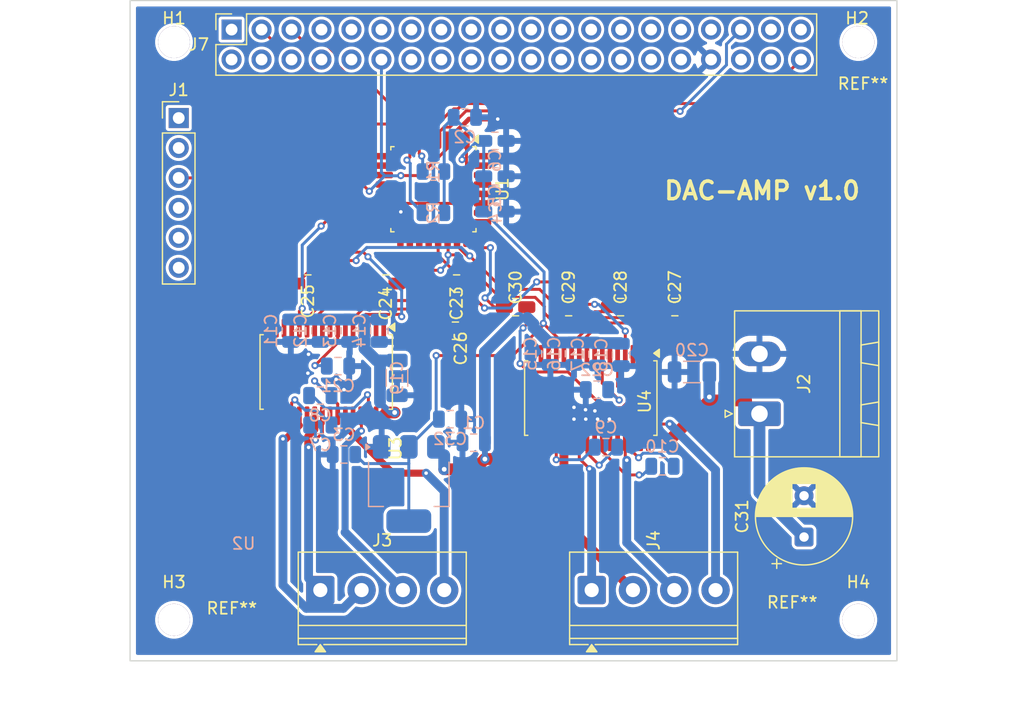
<source format=kicad_pcb>
(kicad_pcb (version 20241229) (generator "pcbnew") (generator_version "9.0")
  (layers (0 "F.Cu" signal) (2 "B.Cu" signal) (13 "F.Paste" user) (15 "B.Paste" user) (5 "F.SilkS" user "F.Silkscreen") (7 "B.SilkS" user "B.Silkscreen") (1 "F.Mask" user) (3 "B.Mask" user) (25 "Edge.Cuts" user))
  (net 0 "")
  (net 1 "GND")
  (net 2 "+3.3V")
  (net 3 "I2S_BCK")
  (net 13 "I2C_SDA")
  (net 21 "I2S_LRCK")
  (net 36 "I2C_SCL")
  (net 41 "I2S_DOUT")
  (net 47 "/+12V")
  (net 48 "/U3_BSPL")
  (net 49 "/U3_BSNL")
  (net 50 "/U3_BSPR")
  (net 51 "/U3_BSNR")
  (net 52 "/U4_BSNL")
  (net 53 "/U4_BSPL")
  (net 54 "/U4_BSNR")
  (net 55 "/U4_BSPR")
  (net 56 "/U3_GVDD")
  (net 57 "/U4_GVDD")
  (net 58 "/DAC_OUTL+")
  (net 59 "/U3_LINP")
  (net 60 "/U3_LINN")
  (net 61 "/DAC_OUTL-")
  (net 62 "/U3_RINP")
  (net 63 "/DAC_OUTR+")
  (net 64 "/DAC_OUTR-")
  (net 65 "/U3_RINN")
  (net 66 "/U4_LINP")
  (net 67 "/U4_LINN")
  (net 68 "/U4_RINP")
  (net 69 "/U4_RINN")
  (net 70 "/U3_OUTNL")
  (net 71 "/U3_OUTNR")
  (net 72 "/U3_OUTPR")
  (net 73 "/U3_OUTPL")
  (net 74 "/U4_OUTNR")
  (net 75 "/U4_OUTNL")
  (net 76 "/U4_OUTPL")
  (net 77 "/U4_OUTPR")
  (footprint "Capacitor_SMD:C_0805_2012Metric" (layer "F.Cu") (at 141.7125 70.875 180)
    (property "Reference" "C9")
    (property "Value" "100nF")
  )
  (footprint "Capacitor_SMD:C_1206_3216Metric" (layer "F.Cu") (at 124 65 -90)
    (property "Reference" "C19")
    (property "Value" "10uF")
  )
  (footprint "TerminalBlock_Phoenix:TerminalBlock_Phoenix_PT-1,5-4-3.5-H_1x04_P3.50mm_Horizontal" (layer "F.Cu") (at 117.5 83)
    (property "Reference" "J3")
    (property "Value" "Conn_01x04")
  )
  (footprint "Capacitor_SMD:C_0805_2012Metric" (layer "F.Cu") (at 117.5 61 -90)
    (property "Reference" "C12")
    (property "Value" "100nF")
  )
  (footprint "Capacitor_SMD:C_0805_2012Metric" (layer "F.Cu") (at 132.3 44.9)
    (property "Reference" "C6")
    (property "Value" "10uF")
  )
  (footprint "Capacitor_THT:CP_Radial_D8.0mm_P3.50mm" (layer "F.Cu") (at 158.5 78.5 90)
    (property "Reference" "C31")
    (property "Value" "100uF")
  )
  (footprint "Capacitor_SMD:C_0805_2012Metric" (layer "F.Cu") (at 128.5 68.5)
    (property "Reference" "C32")
    (property "Value" "100nF")
  )
  (footprint "Package_QFP:TQFP-32_7x7mm_P0.8mm" (layer "F.Cu") (at 127.0875 49 -90)
    (property "Reference" "U1")
    (property "Value" "PCM5142")
  )
  (footprint "Capacitor_SMD:C_0805_2012Metric" (layer "F.Cu") (at 132.3 50.9)
    (property "Reference" "C4")
    (property "Value" "100nF")
  )
  (footprint "Capacitor_SMD:C_0805_2012Metric" (layer "F.Cu") (at 139 62.95 -90)
    (property "Reference" "C16")
    (property "Value" "100nF")
  )
  (footprint "Capacitor_SMD:C_0805_2012Metric" (layer "F.Cu") (at 120 61 -90)
    (property "Reference" "C13")
    (property "Value" "100nF")
  )
  (footprint "Capacitor_SMD:C_0805_2012Metric" (layer "F.Cu") (at 122.5 61 -90)
    (property "Reference" "C14")
    (property "Value" "100nF")
  )
  (footprint "Capacitor_SMD:C_0805_2012Metric" (layer "F.Cu") (at 115 61 -90)
    (property "Reference" "C11")
    (property "Value" "100nF")
  )
  (footprint "Fiducial:Fiducial_1mm_Mask2mm" (layer "F.Cu") (at 157.5 86)
    (property "Reference" "REF**")
    (property "Value" "Fiducial_1mm_Mask2mm")
  )
  (footprint "Package_SO:Texas_DAD0032A_HTSSOP-32_6.1x11mm_P0.65mm_TopEP3.71x3.81mm" (layer "F.Cu") (at 118 64.5 -90)
    (property "Reference" "U3")
    (property "Value" "TPA3116D2DAD")
  )
  (footprint "Capacitor_SMD:C_0805_2012Metric" (layer "F.Cu") (at 117.5 69)
    (property "Reference" "C7")
    (property "Value" "100nF")
  )
  (footprint "Connector_PinSocket_2.54mm:PinSocket_2x20_P2.54mm_Vertical" (layer "F.Cu") (at 109.98 35.46 90)
    (property "Reference" "J7")
    (property "Value" "40-Pin_GPIO")
  )
  (footprint "Capacitor_SMD:C_0805_2012Metric" (layer "F.Cu") (at 132.3 47.9)
    (property "Reference" "C5")
    (property "Value" "100nF")
  )
  (footprint "Package_SO:Texas_DAD0032A_HTSSOP-32_6.1x11mm_P0.65mm_TopEP3.71x3.81mm" (layer "F.Cu") (at 140.425 66.7125 -90)
    (property "Reference" "U4")
    (property "Value" "TPA3116D2DAD")
  )
  (footprint "Resistor_SMD:R_0805_2012Metric" (layer "F.Cu") (at 127.0875 47.5 180)
    (property "Reference" "R1")
    (property "Value" "4.7k")
  )
  (footprint "Capacitor_SMD:C_0805_2012Metric" (layer "F.Cu") (at 141 63 -90)
    (property "Reference" "C17")
    (property "Value" "100nF")
  )
  (footprint "Capacitor_SMD:C_0805_2012Metric" (layer "F.Cu") (at 140.95 66 180)
    (property "Reference" "C22")
    (property "Value" "100nF")
  )
  (footprint "Resistor_SMD:R_0805_2012Metric" (layer "F.Cu") (at 127.0875 51 180)
    (property "Reference" "R2")
    (property "Value" "4.7k")
  )
  (footprint "TerminalBlock_Phoenix:TerminalBlock_Phoenix_PT-1,5-4-3.5-H_1x04_P3.50mm_Horizontal" (layer "F.Cu") (at 140.5 83)
    (property "Reference" "J4")
    (property "Value" "Conn_01x04")
  )
  (footprint "Capacitor_SMD:C_0805_2012Metric" (layer "F.Cu") (at 143 63.05 -90)
    (property "Reference" "C18")
    (property "Value" "100nF")
  )
  (footprint "Capacitor_SMD:C_0805_2012Metric" (layer "F.Cu") (at 117.5 66.5)
    (property "Reference" "C8")
    (property "Value" "100nF")
  )
  (footprint "Capacitor_SMD:C_0805_2012Metric" (layer "F.Cu") (at 137 62.95 -90)
    (property "Reference" "C15")
    (property "Value" "100nF")
  )
  (footprint "MountingHole:MountingHole_2.7mm_M2.5" (layer "F.Cu") (at 105.1 36.52)
    (property "Reference" "H1")
    (property "Value" "MountingHole")
  )
  (footprint "MountingHole:MountingHole_2.7mm_M2.5" (layer "F.Cu") (at 163.1 36.52)
    (property "Reference" "H2")
    (property "Value" "MountingHole")
  )
  (footprint "MountingHole:MountingHole_2.7mm_M2.5" (layer "F.Cu") (at 105.1 85.52)
    (property "Reference" "H3")
    (property "Value" "MountingHole")
  )
  (footprint "MountingHole:MountingHole_2.7mm_M2.5" (layer "F.Cu") (at 163.1 85.52)
    (property "Reference" "H4")
    (property "Value" "MountingHole")
  )
  (footprint "Connector_PinHeader_2.54mm:PinHeader_1x06_P2.54mm_Vertical" (layer "F.Cu") (at 105.5 42.96)
    (property "Reference" "J1")
    (property "Value" "I2S_Input")
  )
  (footprint "Capacitor_SMD:C_0805_2012Metric" (layer "F.Cu") (at 146.5 72.5 180)
    (property "Reference" "C10")
    (property "Value" "100nF")
  )
  (footprint "Capacitor_SMD:C_0805_2012Metric" (layer "F.Cu") (at 119 64)
    (property "Reference" "C21")
    (property "Value" "100nF")
  )
  (footprint "Capacitor_SMD:C_1206_3216Metric" (layer "F.Cu") (at 149 64.5 180)
    (property "Reference" "C20")
    (property "Value" "10uF")
  )
  (footprint "Fiducial:Fiducial_1mm_Mask2mm" (layer "F.Cu") (at 110 86.5)
    (property "Reference" "REF**")
    (property "Value" "Fiducial_1mm_Mask2mm")
  )
  (footprint "Connector_Phoenix_MSTB:PhoenixContact_MSTBA_2,5_2-G-5,08_1x02_P5.08mm_Horizontal" (layer "F.Cu") (at 154.7225 68.045 90)
    (property "Reference" "J2")
    (property "Value" "12V_Input")
  )
  (footprint "Fiducial:Fiducial_1mm_Mask2mm" (layer "F.Cu") (at 163.5 42)
    (property "Reference" "REF**")
    (property "Value" "Fiducial_1mm_Mask2mm")
  )
  (footprint "Package_TO_SOT_SMD:SOT-223-3_TabPin2" (layer "B.Cu") (at 125 74 -90)
    (property "Reference" "U2")
    (property "Value" "AMS1117-3.3")
  )
  (footprint "Capacitor_SMD:C_0805_2012Metric" (layer "B.Cu") (at 130.5 70.5 180)
    (property "Reference" "C1")
    (property "Value" "10uF")
  )
  (footprint "Capacitor_SMD:C_0805_2012Metric" (layer "B.Cu") (at 147.55 59)
    (property "Reference" "C27")
    (property "Value" "1uF")
  )
  (footprint "Capacitor_SMD:C_0805_2012Metric" (layer "B.Cu") (at 142.95 59)
    (property "Reference" "C28")
    (property "Value" "1uF")
  )
  (footprint "Capacitor_SMD:C_0805_2012Metric" (layer "B.Cu") (at 116.45 57 180)
    (property "Reference" "C25")
    (property "Value" "1uF")
  )
  (footprint "Capacitor_SMD:C_0805_2012Metric" (layer "B.Cu") (at 134.05 59)
    (property "Reference" "C30")
    (property "Value" "1uF")
  )
  (footprint "Capacitor_SMD:C_0805_2012Metric" (layer "B.Cu") (at 138.55 59)
    (property "Reference" "C29")
    (property "Value" "1uF")
  )
  (footprint "Capacitor_SMD:C_0805_2012Metric" (layer "B.Cu") (at 129.05 57 180)
    (property "Reference" "C23")
    (property "Value" "1uF")
  )
  (footprint "Capacitor_SMD:C_0805_2012Metric" (layer "B.Cu") (at 128.95 61 180)
    (property "Reference" "C26")
    (property "Value" "1uF")
  )
  (footprint "Capacitor_SMD:C_0805_2012Metric" (layer "B.Cu") (at 123.05 57 180)
    (property "Reference" "C24")
    (property "Value" "1uF")
  )
  (footprint "Capacitor_SMD:C_0805_2012Metric" (layer "B.Cu") (at 119.5 71.5 180)
    (property "Reference" "C3")
    (property "Value" "10uF")
  )
  (footprint "Capacitor_SMD:C_0805_2012Metric" (layer "B.Cu") (at 129.75 42.9)
    (property "Reference" "C2")
    (property "Value" "100nF")
  )
  (gr_rect (start 101.375 33) (end 166.375 89) (stroke (width 0.1)) (fill no) (layer "Edge.Cuts"))
  (gr_text "DAC-AMP v1.0" (at 146.5 50 0) (layer "F.SilkS") (effects (font (size 1.5 1.5) (thickness 0.3) (bold yes)) (justify left bottom)))
  (segment (start 132.5384 43.0498) (end 130.0958 43.0498) (width 0.4) (layer "F.Cu") (net 1))
  (segment (start 129.0875 44.0581) (end 129.0875 44.8375) (width 0.4) (layer "F.Cu") (net 1))
  (segment (start 124.2448 51) (end 122.925 51) (width 0.4) (layer "F.Cu") (net 1))
  (segment (start 124.3238 50.921) (end 124.2448 51) (width 0.4) (layer "F.Cu") (net 1))
  (segment (start 130.0958 43.0498) (end 129.0875 44.0581) (width 0.4) (layer "F.Cu") (net 1))
  (via (at 141 68.5) (size 0.6) (drill 0.3) (layers "F.Cu" "B.Cu") (net 1))
  (via (at 140.771839 67.800194) (size 0.6) (drill 0.3) (layers "F.Cu" "B.Cu") (net 1))
  (via (at 142 68.5) (size 0.6) (drill 0.3) (layers "F.Cu" "B.Cu") (net 1))
  (via (at 118.838909 65.123752) (size 0.6) (drill 0.3) (layers "F.Cu" "B.Cu") (net 1))
  (via (at 116.446635 64.602735) (size 0.6) (drill 0.3) (layers "F.Cu" "B.Cu") (net 1))
  (via (at 139 68.5) (size 0.6) (drill 0.3) (layers "F.Cu" "B.Cu") (net 1))
  (via (at 124.3238 50.921) (size 0.6) (drill 0.3) (layers "F.Cu" "B.Cu") (net 1))
  (via (at 116.5 63) (size 0.6) (drill 0.3) (layers "F.Cu" "B.Cu") (net 1))
  (via (at 119.5 66) (size 0.6) (drill 0.3) (layers "F.Cu" "B.Cu") (net 1))
  (via (at 132.5384 43.0498) (size 0.6) (drill 0.3) (layers "F.Cu" "B.Cu") (net 1))
  (via (at 139.979306 67.701127) (size 0.6) (drill 0.3) (layers "F.Cu" "B.Cu") (net 1))
  (via (at 139 67.5) (size 0.6) (drill 0.3) (layers "F.Cu" "B.Cu") (net 1))
  (via (at 140 68.5) (size 0.6) (drill 0.3) (layers "F.Cu" "B.Cu") (net 1))
  (segment (start 138.15 62.1292) (end 138.15 63) (width 0.25) (layer "F.Cu") (net 2))
  (segment (start 129.8875 49.25) (end 128.9375 50.2) (width 0.25) (layer "F.Cu") (net 2))
  (segment (start 128.9375 50.2) (end 122.925 50.2) (width 0.25) (layer "F.Cu") (net 2))
  (segment (start 115.725 59.3556) (end 115.725 60.7875) (width 0.25) (layer "F.Cu") (net 2))
  (segment (start 127.3195 63.1062) (end 133.81 63.1062) (width 0.25) (layer "F.Cu") (net 2))
  (segment (start 131.25 50.2) (end 131.25 49.4) (width 0.25) (layer "F.Cu") (net 2))
  (segment (start 131.1 49.25) (end 129.8875 49.25) (width 0.25) (layer "F.Cu") (net 2))
  (segment (start 119.5016 50.2) (end 122.925 50.2) (width 0.25) (layer "F.Cu") (net 2))
  (segment (start 129.8875 46.4872) (end 129.8875 44.8375) (width 0.25) (layer "F.Cu") (net 2))
  (segment (start 129.5128 46.4872) (end 129.8875 46.4872) (width 0.25) (layer "F.Cu") (net 2))
  (segment (start 129.8875 49.25) (end 129.8875 46.4872) (width 0.25) (layer "F.Cu") (net 2))
  (segment (start 131.25 49.4) (end 131.1 49.25) (width 0.25) (layer "F.Cu") (net 2))
  (segment (start 136.4062 60.51) (end 136.5308 60.51) (width 0.25) (layer "F.Cu") (net 2))
  (segment (start 136.5308 60.51) (end 138.15 62.1292) (width 0.25) (layer "F.Cu") (net 2))
  (segment (start 117.5754 52.1262) (end 119.5016 50.2) (width 0.25) (layer "F.Cu") (net 2))
  (segment (start 136.4062 60.51) (end 136.4062 60.3693) (width 0.25) (layer "F.Cu") (net 2))
  (segment (start 115.9696 59.111) (end 115.725 59.3556) (width 0.25) (layer "F.Cu") (net 2))
  (segment (start 133.81 63.1062) (end 136.4062 60.51) (width 0.25) (layer "F.Cu") (net 2))
  (via (at 136.4062 60.3693) (size 0.6) (drill 0.3) (layers "F.Cu" "B.Cu") (net 2))
  (via (at 127.3195 63.1062) (size 0.6) (drill 0.3) (layers "F.Cu" "B.Cu") (net 2))
  (via (at 115.9696 59.111) (size 0.6) (drill 0.3) (layers "F.Cu" "B.Cu") (net 2))
  (via (at 129.5128 46.4872) (size 0.6) (drill 0.3) (layers "F.Cu" "B.Cu") (net 2))
  (via (at 117.5754 52.1262) (size 0.6) (drill 0.3) (layers "F.Cu" "B.Cu") (net 2))
  (segment (start 131.35 47.9) (end 131.35 50.9) (width 0.25) (layer "B.Cu") (net 2))
  (segment (start 129.5128 46.1872) (end 129.5128 46.4872) (width 0.25) (layer "B.Cu") (net 2))
  (segment (start 127.35 68.5) (end 125 70.85) (width 0.25) (layer "B.Cu") (net 2))
  (segment (start 127.3195 63.1062) (end 127.3195 68.4695) (width 0.25) (layer "B.Cu") (net 2))
  (segment (start 136.4062 60.3693) (end 136.467 60.3085) (width 0.25) (layer "B.Cu") (net 2))
  (segment (start 130.8 44.9) (end 129.5128 46.1872) (width 0.25) (layer "B.Cu") (net 2))
  (segment (start 128.8 42.9) (end 130.8 44.9) (width 0.25) (layer "B.Cu") (net 2))
  (segment (start 115.9696 53.732) (end 117.5754 52.1262) (width 0.25) (layer "B.Cu") (net 2))
  (segment (start 125 72.2689) (end 125 77.15) (width 0.25) (layer "B.Cu") (net 2))
  (segment (start 127.3195 68.4695) (end 127.35 68.5) (width 0.25) (layer "B.Cu") (net 2))
  (segment (start 128 51) (end 128 47.5) (width 0.25) (layer "B.Cu") (net 2))
  (segment (start 136.467 60.3085) (end 136.467 56.017) (width 0.25) (layer "B.Cu") (net 2))
  (segment (start 115.9696 59.111) (end 115.9696 53.732) (width 0.25) (layer "B.Cu") (net 2))
  (segment (start 121.2189 72.2689) (end 120.45 71.5) (width 0.25) (layer "B.Cu") (net 2))
  (segment (start 128 43.7) (end 128.8 42.9) (width 0.25) (layer "B.Cu") (net 2))
  (segment (start 131.35 44.9) (end 131.35 47.9) (width 0.25) (layer "B.Cu") (net 2))
  (segment (start 127.55 68.5) (end 127.35 68.5) (width 0.25) (layer "B.Cu") (net 2))
  (segment (start 125 70.85) (end 125 72.2689) (width 0.25) (layer "B.Cu") (net 2))
  (segment (start 130.8 44.9) (end 131.35 44.9) (width 0.25) (layer "B.Cu") (net 2))
  (segment (start 125 72.2689) (end 121.2189 72.2689) (width 0.25) (layer "B.Cu") (net 2))
  (segment (start 136.467 56.017) (end 131.35 50.9) (width 0.25) (layer "B.Cu") (net 2))
  (segment (start 128 47.5) (end 128 43.7) (width 0.25) (layer "B.Cu") (net 2))
  (segment (start 128.2875 45.5172) (end 128.2875 44.8375) (width 0.25) (layer "F.Cu") (net 3))
  (segment (start 120.5256 48.04) (end 121.6539 49.1683) (width 0.25) (layer "F.Cu") (net 3))
  (segment (start 125.9627 47.842) (end 128.2875 45.5172) (width 0.25) (layer "F.Cu") (net 3))
  (segment (start 124.3238 47.842) (end 125.9627 47.842) (width 0.25) (layer "F.Cu") (net 3))
  (segment (start 105.5 48.04) (end 120.5256 48.04) (width 0.25) (layer "F.Cu") (net 3))
  (via (at 121.6539 49.1683) (size 0.6) (drill 0.3) (layers "F.Cu" "B.Cu") (net 3))
  (via (at 124.3238 47.842) (size 0.6) (drill 0.3) (layers "F.Cu" "B.Cu") (net 3))
  (segment (start 124.3238 47.842) (end 124.3056 47.8602) (width 0.25) (layer "B.Cu") (net 3))
  (segment (start 122.962 47.8602) (end 122.68 47.5782) (width 0.25) (layer "B.Cu") (net 3))
  (segment (start 122.68 47.5782) (end 122.68 38) (width 0.25) (layer "B.Cu") (net 3))
  (segment (start 121.6539 49.1683) (end 122.962 47.8602) (width 0.25) (layer "B.Cu") (net 3))
  (segment (start 124.3056 47.8602) (end 122.962 47.8602) (width 0.25) (layer "B.Cu") (net 3))
  (segment (start 115.4909 36.73) (end 113.79 36.73) (width 0.25) (layer "F.Cu") (net 13))
  (segment (start 116.33 38.4099) (end 116.33 37.5691) (width 0.25) (layer "F.Cu") (net 13))
  (segment (start 113.79 36.73) (end 112.52 35.46) (width 0.25) (layer "F.Cu") (net 13))
  (segment (start 125.0875 44.8375) (end 125.0875 44.173) (width 0.25) (layer "F.Cu") (net 13))
  (segment (start 124.8423 46.5284) (end 125.0875 46.2832) (width 0.25) (layer "F.Cu") (net 13))
  (segment (start 121.3919 43.4718) (end 116.33 38.4099) (width 0.25) (layer "F.Cu") (net 13))
  (segment (start 125.0875 44.173) (end 124.3863 43.4718) (width 0.25) (layer "F.Cu") (net 13))
  (segment (start 125.0875 46.2832) (end 125.0875 44.8375) (width 0.25) (layer "F.Cu") (net 13))
  (segment (start 116.33 37.5691) (end 115.4909 36.73) (width 0.25) (layer "F.Cu") (net 13))
  (segment (start 124.3863 43.4718) (end 121.3919 43.4718) (width 0.25) (layer "F.Cu") (net 13))
  (via (at 124.8423 46.5284) (size 0.6) (drill 0.3) (layers "F.Cu" "B.Cu") (net 13))
  (segment (start 125.124 49.949) (end 126.175 51) (width 0.25) (layer "B.Cu") (net 13))
  (segment (start 124.8423 46.5284) (end 125.124 46.8101) (width 0.25) (layer "B.Cu") (net 13))
  (segment (start 125.124 46.8101) (end 125.124 49.949) (width 0.25) (layer "B.Cu") (net 13))
  (segment (start 128.4796 43.7343) (end 129.8591 42.3548) (width 0.25) (layer "F.Cu") (net 21))
  (segment (start 129.8591 42.3548) (end 147.9585 42.3548) (width 0.25) (layer "F.Cu") (net 21))
  (segment (start 147.9585 42.3548) (end 147.9949 42.3912) (width 0.25) (layer "F.Cu") (net 21))
  (segment (start 127.4875 44.2361) (end 127.9893 43.7343) (width 0.25) (layer "F.Cu") (net 21))
  (segment (start 127.4875 44.8375) (end 127.4875 44.2361) (width 0.25) (layer "F.Cu") (net 21))
  (segment (start 127.9893 43.7343) (end 128.4796 43.7343) (width 0.25) (layer "F.Cu") (net 21))
  (via (at 147.9949 42.3912) (size 0.6) (drill 0.3) (layers "F.Cu" "B.Cu") (net 21))
  (segment (start 151.9254 38.4607) (end 147.9949 42.3912) (width 0.25) (layer "B.Cu") (net 21))
  (segment (start 151.9254 36.6946) (end 151.9254 38.4607) (width 0.25) (layer "B.Cu") (net 21))
  (segment (start 153.16 35.46) (end 151.9254 36.6946) (width 0.25) (layer "B.Cu") (net 21))
  (segment (start 125.8875 44.8375) (end 125.8875 44.2416) (width 0.25) (layer "F.Cu") (net 36))
  (segment (start 117.9948 36.73) (end 116.33 36.73) (width 0.25) (layer "F.Cu") (net 36))
  (segment (start 116.33 36.73) (end 115.06 35.46) (width 0.25) (layer "F.Cu") (net 36))
  (segment (start 125.8875 44.2416) (end 121.2236 39.5777) (width 0.25) (layer "F.Cu") (net 36))
  (segment (start 121.2236 39.5777) (end 120.0518 39.5777) (width 0.25) (layer "F.Cu") (net 36))
  (segment (start 118.87 37.6052) (end 117.9948 36.73) (width 0.25) (layer "F.Cu") (net 36))
  (segment (start 125.8875 45.9764) (end 125.8875 44.8375) (width 0.25) (layer "F.Cu") (net 36))
  (segment (start 120.0518 39.5777) (end 118.87 38.3959) (width 0.25) (layer "F.Cu") (net 36))
  (segment (start 118.87 38.3959) (end 118.87 37.6052) (width 0.25) (layer "F.Cu") (net 36))
  (segment (start 126.0983 46.1872) (end 125.8875 45.9764) (width 0.25) (layer "F.Cu") (net 36))
  (via (at 126.0983 46.1872) (size 0.6) (drill 0.3) (layers "F.Cu" "B.Cu") (net 36))
  (segment (start 126.0983 46.1872) (end 126.175 46.2639) (width 0.25) (layer "B.Cu") (net 36))
  (segment (start 126.175 46.2639) (end 126.175 47.5) (width 0.25) (layer "B.Cu") (net 36))
  (segment (start 129.351 41.9989) (end 129.1654 42.1845) (width 0.25) (layer "F.Cu") (net 41))
  (segment (start 128.8226 42.186) (end 128.6355 42.3731) (width 0.25) (layer "F.Cu") (net 41))
  (segment (start 128.5483 42.3731) (end 126.6875 44.2339) (width 0.25) (layer "F.Cu") (net 41))
  (segment (start 128.8241 42.1845) (end 128.8226 42.186) (width 0.25) (layer "F.Cu") (net 41))
  (segment (start 158.24 38) (end 154.5057 41.7343) (width 0.25) (layer "F.Cu") (net 41))
  (segment (start 154.5057 41.7343) (end 129.6156 41.7343) (width 0.25) (layer "F.Cu") (net 41))
  (segment (start 129.6156 41.7343) (end 129.351 41.9989) (width 0.25) (layer "F.Cu") (net 41))
  (segment (start 128.6355 42.3731) (end 128.5483 42.3731) (width 0.25) (layer "F.Cu") (net 41))
  (segment (start 129.1654 42.1845) (end 128.8241 42.1845) (width 0.25) (layer "F.Cu") (net 41))
  (segment (start 128.8226 42.186) (end 128.6355 42.3731) (width 0.25) (layer "F.Cu") (net 41))
  (segment (start 126.6875 44.2339) (end 126.6875 44.8375) (width 0.25) (layer "F.Cu") (net 41))
  (segment (start 129.351 41.9989) (end 129.1654 42.1845) (width 0.25) (layer "F.Cu") (net 41))
  (segment (start 146.9657 70.425) (end 145.3 70.425) (width 1) (layer "F.Cu") (net 47))
  (segment (start 123.1485 67.939) (end 122.875 68.2125) (width 1) (layer "F.Cu") (net 47))
  (segment (start 153.5932 66.9157) (end 154.7225 68.045) (width 0.5) (layer "F.Cu") (net 47))
  (segment (start 113.775 68.2125) (end 113.125 68.2125) (width 1) (layer "F.Cu") (net 47))
  (segment (start 150.475 66.9157) (end 153.5932 66.9157) (width 1) (layer "F.Cu") (net 47))
  (segment (start 150.475 66.9157) (end 146.9657 70.425) (width 1) (layer "F.Cu") (net 47))
  (segment (start 134.0874 71.8876) (end 135.55 70.425) (width 1) (layer "F.Cu") (net 47))
  (segment (start 150.475 66.9157) (end 150.475 66.6168) (width 0.5) (layer "F.Cu") (net 47))
  (segment (start 131.45 71.8876) (end 134.0874 71.8876) (width 1) (layer "F.Cu") (net 47))
  (segment (start 130.5836 72.754) (end 131.45 71.8876) (width 1) (layer "F.Cu") (net 47))
  (segment (start 123.8027 67.939) (end 123.1485 67.939) (width 1) (layer "F.Cu") (net 47))
  (segment (start 127.9999 72.754) (end 130.5836 72.754) (width 1) (layer "F.Cu") (net 47))
  (segment (start 136.2 70.425) (end 135.55 70.425) (width 0.5) (layer "F.Cu") (net 47))
  (via (at 131.45 71.8876) (size 0.8) (drill 0.4) (layers "F.Cu" "B.Cu") (net 47))
  (via (at 127.9999 72.754) (size 0.8) (drill 0.4) (layers "F.Cu" "B.Cu") (net 47))
  (via (at 150.475 66.6168) (size 0.8) (drill 0.4) (layers "F.Cu" "B.Cu") (net 47))
  (via (at 123.8027 67.939) (size 0.8) (drill 0.4) (layers "F.Cu" "B.Cu") (net 47))
  (segment (start 124 63.525) (end 122.5589 63.525) (width 1) (layer "B.Cu") (net 47))
  (segment (start 142.95 62.05) (end 143 62.1) (width 0.5) (layer "B.Cu") (net 47))
  (segment (start 122.5 60.05) (end 121.25 60.05) (width 0.5) (layer "B.Cu") (net 47))
  (segment (start 123.4239 67.939) (end 123.8027 67.939) (width 0.5) (layer "B.Cu") (net 47))
  (segment (start 117.5 60.05) (end 115 60.05) (width 1) (layer "B.Cu") (net 47))
  (segment (start 121.25 60.05) (end 120 60.05) (width 0.5) (layer "B.Cu") (net 47))
  (segment (start 139 62) (end 137 62) (width 1) (layer "B.Cu") (net 47))
  (segment (start 120 60.05) (end 117.5 60.05) (width 1) (layer "B.Cu") (net 47))
  (segment (start 150.475 66.6168) (end 150.475 64.5) (width 1) (layer "B.Cu") (net 47))
  (segment (start 127.9999 71.5499) (end 127.3 70.85) (width 0.5) (layer "B.Cu") (net 47))
  (segment (start 139 62) (end 140.95 62) (width 1) (layer "B.Cu") (net 47))
  (segment (start 134.3524 59.9174) (end 131.45 62.8198) (width 1) (layer "B.Cu") (net 47))
  (segment (start 122.5589 63.525) (end 122.2589 63.525) (width 0.5) (layer "B.Cu") (net 47))
  (segment (start 122.5589 63.525) (end 122.5589 67.074) (width 1) (layer "B.Cu") (net 47))
  (segment (start 135.0423 59.9174) (end 134.3524 59.9174) (width 0.5) (layer "B.Cu") (net 47))
  (segment (start 158.5 78.5) (end 154.7225 74.7225) (width 1) (layer "B.Cu") (net 47))
  (segment (start 121.25 62.5161) (end 121.25 60.05) (width 1) (layer "B.Cu") (net 47))
  (segment (start 135.5619 60.6968) (end 135.5619 60.437) (width 1) (layer "B.Cu") (net 47))
  (segment (start 136.8651 62) (end 135.5619 60.6968) (width 1) (layer "B.Cu") (net 47))
  (segment (start 127.9999 72.754) (end 127.9999 71.5499) (width 1) (layer "B.Cu") (net 47))
  (segment (start 140.95 62) (end 141 62.05) (width 0.5) (layer "B.Cu") (net 47))
  (segment (start 135.5619 60.437) (end 135.0423 59.9174) (width 1) (layer "B.Cu") (net 47))
  (segment (start 154.7225 74.7225) (end 154.7225 68.045) (width 1) (layer "B.Cu") (net 47))
  (segment (start 131.45 62.8198) (end 131.45 70.5) (width 1) (layer "B.Cu") (net 47))
  (segment (start 137 62) (end 136.8651 62) (width 0.5) (layer "B.Cu") (net 47))
  (segment (start 131.45 71.8876) (end 131.45 70.5) (width 0.5) (layer "B.Cu") (net 47))
  (segment (start 122.5589 67.074) (end 123.4239 67.939) (width 0.5) (layer "B.Cu") (net 47))
  (segment (start 122.2589 63.525) (end 121.25 62.5161) (width 1) (layer "B.Cu") (net 47))
  (segment (start 141 62.05) (end 142.95 62.05) (width 1) (layer "B.Cu") (net 47))
  (segment (start 117.675 68.2125) (end 117.675 69.6744) (width 0.25) (layer "F.Cu") (net 48))
  (segment (start 117.675 69.6744) (end 117.0847 70.2647) (width 0.25) (layer "F.Cu") (net 48))
  (via (at 117.0847 70.2647) (size 0.6) (drill 0.3) (layers "F.Cu" "B.Cu") (net 48))
  (segment (start 116.55 69) (end 117.0847 69.5347) (width 0.25) (layer "B.Cu") (net 48))
  (segment (start 117.0847 69.5347) (end 117.0847 70.2647) (width 0.25) (layer "B.Cu") (net 48))
  (segment (start 115.075 67.1285) (end 115.075 68.2125) (width 0.25) (layer "F.Cu") (net 49))
  (segment (start 115.3381 66.8654) (end 115.075 67.1285) (width 0.25) (layer "F.Cu") (net 49))
  (via (at 115.3381 66.8654) (size 0.6) (drill 0.3) (layers "F.Cu" "B.Cu") (net 49))
  (segment (start 115.3381 66.8654) (end 116.2242 67.7515) (width 0.25) (layer "B.Cu") (net 49))
  (segment (start 117.2015 67.7515) (end 118.45 69) (width 0.25) (layer "B.Cu") (net 49))
  (segment (start 116.2242 67.7515) (end 117.2015 67.7515) (width 0.25) (layer "B.Cu") (net 49))
  (segment (start 121.575 68.2125) (end 121.575 66.5068) (width 0.25) (layer "F.Cu") (net 50))
  (segment (start 121.575 66.5068) (end 121.4989 66.4307) (width 0.25) (layer "F.Cu") (net 50))
  (via (at 121.4989 66.4307) (size 0.6) (drill 0.3) (layers "F.Cu" "B.Cu") (net 50))
  (segment (start 116.55 66.5) (end 116.8219 66.5) (width 0.25) (layer "B.Cu") (net 50))
  (segment (start 120.3602 67.5694) (end 121.4989 66.4307) (width 0.25) (layer "B.Cu") (net 50))
  (segment (start 117.8913 67.5694) (end 120.3602 67.5694) (width 0.25) (layer "B.Cu") (net 50))
  (segment (start 116.8219 66.5) (end 117.8913 67.5694) (width 0.25) (layer "B.Cu") (net 50))
  (segment (start 118.975 68.2125) (end 118.975 67.2179) (width 0.25) (layer "F.Cu") (net 51))
  (segment (start 118.975 67.2179) (end 117.0176 65.2605) (width 0.25) (layer "F.Cu") (net 51))
  (via (at 117.0176 65.2605) (size 0.6) (drill 0.3) (layers "F.Cu" "B.Cu") (net 51))
  (segment (start 118.45 66.5) (end 118.2571 66.5) (width 0.25) (layer "B.Cu") (net 51))
  (segment (start 118.2571 66.5) (end 117.0176 65.2605) (width 0.25) (layer "B.Cu") (net 51))
  (segment (start 137.4987 70.4263) (end 137.5 70.425) (width 0.25) (layer "F.Cu") (net 52))
  (segment (start 137.4987 71.942) (end 137.4987 70.4263) (width 0.25) (layer "F.Cu") (net 52))
  (via (at 137.4987 71.942) (size 0.6) (drill 0.3) (layers "F.Cu" "B.Cu") (net 52))
  (segment (start 137.4987 71.942) (end 139.6955 71.942) (width 0.25) (layer "B.Cu") (net 52))
  (segment (start 139.6955 71.942) (end 140.7625 70.875) (width 0.25) (layer "B.Cu") (net 52))
  (segment (start 140.1 71.3613) (end 140.1 70.425) (width 0.25) (layer "F.Cu") (net 53))
  (segment (start 141.1381 72.3994) (end 140.1 71.3613) (width 0.25) (layer "F.Cu") (net 53))
  (via (at 141.1381 72.3994) (size 0.6) (drill 0.3) (layers "F.Cu" "B.Cu") (net 53))
  (segment (start 142.6625 70.875) (end 141.1381 72.3994) (width 0.25) (layer "B.Cu") (net 53))
  (segment (start 141.4 70.425) (end 141.4 71.2248) (width 0.25) (layer "F.Cu") (net 54))
  (segment (start 143.4075 73.2323) (end 144.5221 73.2323) (width 0.25) (layer "F.Cu") (net 54))
  (segment (start 141.4 71.2248) (end 143.4075 73.2323) (width 0.25) (layer "F.Cu") (net 54))
  (via (at 144.5221 73.2323) (size 0.6) (drill 0.3) (layers "F.Cu" "B.Cu") (net 54))
  (segment (start 145.55 72.5) (end 144.8177 73.2323) (width 0.25) (layer "B.Cu") (net 54))
  (segment (start 144.8177 73.2323) (end 144.5221 73.2323) (width 0.25) (layer "B.Cu") (net 54))
  (segment (start 144.4761 71.7735) (end 144 71.2974) (width 0.25) (layer "F.Cu") (net 55))
  (segment (start 144 71.2974) (end 144 70.425) (width 0.25) (layer "F.Cu") (net 55))
  (via (at 144.4761 71.7735) (size 0.6) (drill 0.3) (layers "F.Cu" "B.Cu") (net 55))
  (segment (start 144.4761 71.7735) (end 144.863 71.3866) (width 0.25) (layer "B.Cu") (net 55))
  (segment (start 146.3366 71.3866) (end 147.45 72.5) (width 0.25) (layer "B.Cu") (net 55))
  (segment (start 144.863 71.3866) (end 146.3366 71.3866) (width 0.25) (layer "B.Cu") (net 55))
  (segment (start 117.0438 63.9578) (end 118.975 62.0266) (width 0.25) (layer "F.Cu") (net 56))
  (segment (start 118.975 62.0266) (end 118.975 60.7875) (width 0.25) (layer "F.Cu") (net 56))
  (via (at 117.0438 63.9578) (size 0.6) (drill 0.3) (layers "F.Cu" "B.Cu") (net 56))
  (segment (start 118.0078 63.9578) (end 118.05 64) (width 0.25) (layer "B.Cu") (net 56))
  (segment (start 117.0438 63.9578) (end 118.0078 63.9578) (width 0.25) (layer "B.Cu") (net 56))
  (segment (start 142.8321 66.884) (end 141.4 65.4519) (width 0.25) (layer "F.Cu") (net 57))
  (segment (start 141.4 65.4519) (end 141.4 63) (width 0.25) (layer "F.Cu") (net 57))
  (via (at 142.8321 66.884) (size 0.6) (drill 0.3) (layers "F.Cu" "B.Cu") (net 57))
  (segment (start 142.784 66.884) (end 141.9 66) (width 0.25) (layer "B.Cu") (net 57))
  (segment (start 142.8321 66.884) (end 142.784 66.884) (width 0.25) (layer "B.Cu") (net 57))
  (segment (start 129.8782 57) (end 130 57) (width 0.25) (layer "F.Cu") (net 58))
  (segment (start 144.4633 56.8633) (end 146.6 59) (width 0.25) (layer "F.Cu") (net 58))
  (segment (start 127.4875 53.1625) (end 127.4875 54.6093) (width 0.25) (layer "F.Cu") (net 58))
  (segment (start 130 57) (end 130 57.6603) (width 0.25) (layer "F.Cu") (net 58))
  (segment (start 130 57.6603) (end 131.4181 59.0784) (width 0.25) (layer "F.Cu") (net 58))
  (segment (start 127.4875 54.6093) (end 129.8782 57) (width 0.25) (layer "F.Cu") (net 58))
  (segment (start 135.8403 56.8633) (end 144.4633 56.8633) (width 0.25) (layer "F.Cu") (net 58))
  (via (at 135.8403 56.8633) (size 0.6) (drill 0.3) (layers "F.Cu" "B.Cu") (net 58))
  (via (at 131.4181 59.0784) (size 0.6) (drill 0.3) (layers "F.Cu" "B.Cu") (net 58))
  (segment (start 133.6252 59.0784) (end 135.8403 56.8633) (width 0.25) (layer "B.Cu") (net 58))
  (segment (start 131.4181 59.0784) (end 133.6252 59.0784) (width 0.25) (layer "B.Cu") (net 58))
  (segment (start 128.1 57) (end 126.659 58.441) (width 0.25) (layer "F.Cu") (net 59))
  (segment (start 118.5338 58.441) (end 117.025 59.9498) (width 0.25) (layer "F.Cu") (net 59))
  (segment (start 126.659 58.441) (end 118.5338 58.441) (width 0.25) (layer "F.Cu") (net 59))
  (segment (start 117.025 59.9498) (end 117.025 60.7875) (width 0.25) (layer "F.Cu") (net 59))
  (segment (start 116.375 59.9448) (end 116.375 60.7875) (width 0.25) (layer "F.Cu") (net 60))
  (segment (start 119.3198 57) (end 116.375 59.9448) (width 0.25) (layer "F.Cu") (net 60))
  (segment (start 122.1 57) (end 119.3198 57) (width 0.25) (layer "F.Cu") (net 60))
  (segment (start 136.8633 59.8742) (end 140.2875 59.8742) (width 0.25) (layer "F.Cu") (net 61))
  (segment (start 129.11 54.5681) (end 132.7142 58.1723) (width 0.25) (layer "F.Cu") (net 61))
  (segment (start 128.3325 53.2075) (end 128.2875 53.1625) (width 0.25) (layer "F.Cu") (net 61))
  (segment (start 140.2875 59.8742) (end 140.7744 59.3873) (width 0.25) (layer "F.Cu") (net 61))
  (segment (start 127.692 55.8721) (end 125.1279 55.8721) (width 0.25) (layer "F.Cu") (net 61))
  (segment (start 135.7142 58.1723) (end 136.4837 58.9418) (width 0.25) (layer "F.Cu") (net 61))
  (segment (start 136.4837 58.9418) (end 136.4837 59.4946) (width 0.25) (layer "F.Cu") (net 61))
  (segment (start 125.1279 55.8721) (end 124 57) (width 0.25) (layer "F.Cu") (net 61))
  (segment (start 128.3325 54.5681) (end 129.11 54.5681) (width 0.25) (layer "F.Cu") (net 61))
  (segment (start 140.7744 59.3873) (end 141.6127 59.3873) (width 0.25) (layer "F.Cu") (net 61))
  (segment (start 141.6127 59.3873) (end 142 59) (width 0.25) (layer "F.Cu") (net 61))
  (segment (start 128.3325 54.5681) (end 128.3325 53.2075) (width 0.25) (layer "F.Cu") (net 61))
  (segment (start 132.7142 58.1723) (end 135.7142 58.1723) (width 0.25) (layer "F.Cu") (net 61))
  (segment (start 136.4837 59.4946) (end 136.8633 59.8742) (width 0.25) (layer "F.Cu") (net 61))
  (via (at 128.3325 54.5681) (size 0.6) (drill 0.3) (layers "F.Cu" "B.Cu") (net 61))
  (via (at 127.692 55.8721) (size 0.6) (drill 0.3) (layers "F.Cu" "B.Cu") (net 61))
  (segment (start 128.3325 55.2316) (end 128.3325 54.5681) (width 0.25) (layer "B.Cu") (net 61))
  (segment (start 127.692 55.8721) (end 128.3325 55.2316) (width 0.25) (layer "B.Cu") (net 61))
  (segment (start 124.395 59.8079) (end 124.2046 59.6175) (width 0.25) (layer "F.Cu") (net 62))
  (segment (start 124.2046 59.6175) (end 121.3534 59.6175) (width 0.25) (layer "F.Cu") (net 62))
  (segment (start 121.1484 54.3398) (end 121.5378 54.7292) (width 0.25) (layer "F.Cu") (net 62))
  (segment (start 118.1602 54.3398) (end 121.1484 54.3398) (width 0.25) (layer "F.Cu") (net 62))
  (segment (start 121.3534 59.6175) (end 120.925 60.0459) (width 0.25) (layer "F.Cu") (net 62))
  (segment (start 120.925 60.0459) (end 120.925 60.7875) (width 0.25) (layer "F.Cu") (net 62))
  (segment (start 115.5 57) (end 118.1602 54.3398) (width 0.25) (layer "F.Cu") (net 62))
  (via (at 124.395 59.8079) (size 0.6) (drill 0.3) (layers "F.Cu" "B.Cu") (net 62))
  (via (at 121.5378 54.7292) (size 0.6) (drill 0.3) (layers "F.Cu" "B.Cu") (net 62))
  (segment (start 121.5378 54.7292) (end 124.395 57.5864) (width 0.25) (layer "B.Cu") (net 62))
  (segment (start 124.395 57.5864) (end 124.395 59.8079) (width 0.25) (layer "B.Cu") (net 62))
  (segment (start 130.1611 54.6549) (end 132.9962 57.49) (width 0.25) (layer "F.Cu") (net 63))
  (segment (start 120.5391 55.0521) (end 119.3479 55.0521) (width 0.25) (layer "F.Cu") (net 63))
  (segment (start 129.0875 53.1625) (end 129.0875 53.8) (width 0.25) (layer "F.Cu") (net 63))
  (segment (start 129.9424 54.6549) (end 130.1611 54.6549) (width 0.25) (layer "F.Cu") (net 63))
  (segment (start 119.3479 55.0521) (end 117.4 57) (width 0.25) (layer "F.Cu") (net 63))
  (segment (start 136.09 57.49) (end 137.6 59) (width 0.25) (layer "F.Cu") (net 63))
  (segment (start 129.0875 53.8) (end 129.9424 54.6549) (width 0.25) (layer "F.Cu") (net 63))
  (segment (start 132.9962 57.49) (end 136.09 57.49) (width 0.25) (layer "F.Cu") (net 63))
  (via (at 130.1611 54.6549) (size 0.6) (drill 0.3) (layers "F.Cu" "B.Cu") (net 63))
  (via (at 120.5391 55.0521) (size 0.6) (drill 0.3) (layers "F.Cu" "B.Cu") (net 63))
  (segment (start 121.4395 53.9413) (end 120.5391 54.8417) (width 0.25) (layer "B.Cu") (net 63))
  (segment (start 120.5391 54.8417) (end 120.5391 55.0521) (width 0.25) (layer "B.Cu") (net 63))
  (segment (start 129.4475 53.9413) (end 121.4395 53.9413) (width 0.25) (layer "B.Cu") (net 63))
  (segment (start 130.1611 54.6549) (end 129.4475 53.9413) (width 0.25) (layer "B.Cu") (net 63))
  (segment (start 129.9 61) (end 131.1 61) (width 0.25) (layer "F.Cu") (net 64))
  (segment (start 130.6837 53.9587) (end 129.8875 53.1625) (width 0.25) (layer "F.Cu") (net 64))
  (segment (start 131.4623 58.2212) (end 132.2411 59) (width 0.25) (layer "F.Cu") (net 64))
  (segment (start 131.9122 53.9587) (end 130.6837 53.9587) (width 0.25) (layer "F.Cu") (net 64))
  (segment (start 131.1 61) (end 133.1 59) (width 0.25) (layer "F.Cu") (net 64))
  (segment (start 132.2411 59) (end 133.1 59) (width 0.25) (layer "F.Cu") (net 64))
  (via (at 131.9122 53.9587) (size 0.6) (drill 0.3) (layers "F.Cu" "B.Cu") (net 64))
  (via (at 131.4623 58.2212) (size 0.6) (drill 0.3) (layers "F.Cu" "B.Cu") (net 64))
  (segment (start 131.9122 57.7713) (end 131.9122 53.9587) (width 0.25) (layer "B.Cu") (net 64))
  (segment (start 131.4623 58.2212) (end 131.9122 57.7713) (width 0.25) (layer "B.Cu") (net 64))
  (segment (start 126.1658 59.1658) (end 121.0873 59.1658) (width 0.25) (layer "F.Cu") (net 65))
  (segment (start 120.275 59.9781) (end 120.275 60.7875) (width 0.25) (layer "F.Cu") (net 65))
  (segment (start 121.0873 59.1658) (end 120.275 59.9781) (width 0.25) (layer "F.Cu") (net 65))
  (segment (start 128 61) (end 126.1658 59.1658) (width 0.25) (layer "F.Cu") (net 65))
  (segment (start 139.45 63) (end 139.45 62.1261) (width 0.25) (layer "F.Cu") (net 66))
  (segment (start 139.45 62.1261) (end 141.2328 60.3433) (width 0.25) (layer "F.Cu") (net 66))
  (segment (start 141.2328 60.3433) (end 147.1567 60.3433) (width 0.25) (layer "F.Cu") (net 66))
  (segment (start 147.1567 60.3433) (end 148.5 59) (width 0.25) (layer "F.Cu") (net 66))
  (segment (start 143.0099 59.8901) (end 143.9 59) (width 0.25) (layer "F.Cu") (net 67))
  (segment (start 138.8 63) (end 138.8 62.1206) (width 0.25) (layer "F.Cu") (net 67))
  (segment (start 138.8 62.1206) (end 141.0305 59.8901) (width 0.25) (layer "F.Cu") (net 67))
  (segment (start 141.0305 59.8901) (end 143.0099 59.8901) (width 0.25) (layer "F.Cu") (net 67))
  (segment (start 139.7394 58.7606) (end 139.5 59) (width 0.25) (layer "F.Cu") (net 68))
  (segment (start 143.35 61.0329) (end 143.35 63) (width 0.25) (layer "F.Cu") (net 68))
  (segment (start 140.75 58.7606) (end 139.7394 58.7606) (width 0.25) (layer "F.Cu") (net 68))
  (via (at 143.35 61.0329) (size 0.6) (drill 0.3) (layers "F.Cu" "B.Cu") (net 68))
  (via (at 140.75 58.7606) (size 0.6) (drill 0.3) (layers "F.Cu" "B.Cu") (net 68))
  (segment (start 141.0777 58.7606) (end 140.75 58.7606) (width 0.25) (layer "B.Cu") (net 68))
  (segment (start 143.35 61.0329) (end 141.0777 58.7606) (width 0.25) (layer "B.Cu") (net 68))
  (segment (start 141.5314 67.5314) (end 138.5 64.5) (width 0.25) (layer "F.Cu") (net 69))
  (segment (start 142.7 63) (end 142.7 65.7267) (width 0.25) (layer "F.Cu") (net 69))
  (segment (start 135 59) (end 135 60.4571) (width 0.25) (layer "F.Cu") (net 69))
  (segment (start 135 60.4571) (end 134.6879 60.7692) (width 0.25) (layer "F.Cu") (net 69))
  (segment (start 143.5071 67.0998) (end 143.0755 67.5314) (width 0.25) (layer "F.Cu") (net 69))
  (segment (start 143.5071 66.5338) (end 143.5071 67.0998) (width 0.25) (layer "F.Cu") (net 69))
  (segment (start 142.7 65.7267) (end 143.5071 66.5338) (width 0.25) (layer "F.Cu") (net 69))
  (segment (start 138.5 64.5) (end 135.1483 64.5) (width 0.25) (layer "F.Cu") (net 69))
  (segment (start 135.1483 64.5) (end 134.4358 63.7875) (width 0.25) (layer "F.Cu") (net 69))
  (segment (start 143.0755 67.5314) (end 141.5314 67.5314) (width 0.25) (layer "F.Cu") (net 69))
  (via (at 134.4358 63.7875) (size 0.6) (drill 0.3) (layers "F.Cu" "B.Cu") (net 69))
  (via (at 134.6879 60.7692) (size 0.6) (drill 0.3) (layers "F.Cu" "B.Cu") (net 69))
  (segment (start 134.4358 61.0213) (end 134.6879 60.7692) (width 0.25) (layer "B.Cu") (net 69))
  (segment (start 134.4358 63.7875) (end 134.4358 61.0213) (width 0.25) (layer "B.Cu") (net 69))
  (segment (start 114.5827 70.1765) (end 114.3342 70.1765) (width 0.25) (layer "F.Cu") (net 70))
  (segment (start 115.725 69.0342) (end 114.5827 70.1765) (width 0.6) (layer "F.Cu") (net 70))
  (segment (start 115.725 68.2125) (end 115.725 69.0342) (width 0.25) (layer "F.Cu") (net 70))
  (via (at 114.3342 70.1765) (size 0.6) (drill 0.3) (layers "F.Cu" "B.Cu") (net 70))
  (segment (start 116.3129 84.548) (end 119.452 84.548) (width 0.75) (layer "B.Cu") (net 70))
  (segment (start 119.452 84.548) (end 121 83) (width 0.75) (layer "B.Cu") (net 70))
  (segment (start 114.3342 82.5693) (end 116.3129 84.548) (width 0.75) (layer "B.Cu") (net 70))
  (segment (start 114.3342 70.1765) (end 114.3342 82.5693) (width 0.75) (layer "B.Cu") (net 70))
  (segment (start 123.6293 73.0809) (end 119.625 69.0766) (width 0.6) (layer "F.Cu") (net 71))
  (segment (start 126.4665 73.0809) (end 123.6293 73.0809) (width 0.6) (layer "F.Cu") (net 71))
  (segment (start 119.625 69.0766) (end 119.625 68.2125) (width 0.25) (layer "F.Cu") (net 71))
  (via (at 126.4665 73.0809) (size 0.6) (drill 0.3) (layers "F.Cu" "B.Cu") (net 71))
  (segment (start 128 83) (end 128 74.6144) (width 0.75) (layer "B.Cu") (net 71))
  (segment (start 128 74.6144) (end 126.4665 73.0809) (width 0.75) (layer "B.Cu") (net 71))
  (segment (start 120.9827 68.2702) (end 120.925 68.2125) (width 0.25) (layer "F.Cu") (net 72))
  (segment (start 120.9827 69.5022) (end 120.9827 68.2702) (width 0.25) (layer "F.Cu") (net 72))
  (via (at 120.9827 69.5022) (size 0.6) (drill 0.3) (layers "F.Cu" "B.Cu") (net 72))
  (segment (start 119.5998 70.7888) (end 119.5998 78.0998) (width 0.6) (layer "B.Cu") (net 72))
  (segment (start 120.9827 69.5022) (end 120.8864 69.5022) (width 0.25) (layer "B.Cu") (net 72))
  (segment (start 120.8864 69.5022) (end 119.5998 70.7888) (width 0.6) (layer "B.Cu") (net 72))
  (segment (start 119.5998 78.0998) (end 124.5 83) (width 0.75) (layer "B.Cu") (net 72))
  (segment (start 116.4419 70.8298) (end 116.4419 69.9672) (width 0.6) (layer "F.Cu") (net 73))
  (segment (start 116.4419 69.9672) (end 117.025 69.3841) (width 0.6) (layer "F.Cu") (net 73))
  (segment (start 117.025 69.3841) (end 117.025 68.2125) (width 0.6) (layer "F.Cu") (net 73))
  (segment (start 116.5051 70.893) (end 116.4419 70.8298) (width 0.25) (layer "F.Cu") (net 73))
  (via (at 116.5051 70.893) (size 0.6) (drill 0.3) (layers "F.Cu" "B.Cu") (net 73))
  (segment (start 116.5051 82.0051) (end 116.5051 70.893) (width 0.75) (layer "B.Cu") (net 73))
  (segment (start 117.5 83) (end 116.5051 82.0051) (width 0.25) (layer "B.Cu") (net 73))
  (segment (start 142.6736 68.9165) (end 147.1075 68.9165) (width 0.25) (layer "F.Cu") (net 74))
  (segment (start 142.05 70.425) (end 142.05 69.5401) (width 0.25) (layer "F.Cu") (net 74))
  (segment (start 142.05 69.5401) (end 142.6736 68.9165) (width 0.25) (layer "F.Cu") (net 74))
  (via (at 147.1075 68.9165) (size 0.6) (drill 0.3) (layers "F.Cu" "B.Cu") (net 74))
  (segment (start 151 72.809) (end 151 83) (width 0.75) (layer "B.Cu") (net 74))
  (segment (start 147.1075 68.9165) (end 151 72.809) (width 0.75) (layer "B.Cu") (net 74))
  (segment (start 138.15 77.15) (end 144 83) (width 0.75) (layer "F.Cu") (net 75))
  (segment (start 138.15 70.425) (end 138.15 77.15) (width 0.75) (layer "F.Cu") (net 75))
  (segment (start 139.45 71.8429) (end 140.3095 72.7024) (width 0.25) (layer "F.Cu") (net 76))
  (segment (start 139.45 70.425) (end 139.45 71.8429) (width 0.25) (layer "F.Cu") (net 76))
  (via (at 140.3095 72.7024) (size 0.6) (drill 0.3) (layers "F.Cu" "B.Cu") (net 76))
  (segment (start 140.3095 72.7024) (end 140.5 72.8929) (width 0.25) (layer "B.Cu") (net 76))
  (segment (start 140.5 72.8929) (end 140.5 83) (width 0.75) (layer "B.Cu") (net 76))
  (segment (start 143.35 71.8641) (end 143.35 70.425) (width 0.25) (layer "F.Cu") (net 77))
  (segment (start 143.4719 71.986) (end 143.35 71.8641) (width 0.25) (layer "F.Cu") (net 77))
  (via (at 143.4719 71.986) (size 0.6) (drill 0.3) (layers "F.Cu" "B.Cu") (net 77))
  (segment (start 143.4719 78.9719) (end 147.5 83) (width 0.75) (layer "B.Cu") (net 77))
  (segment (start 143.4719 71.986) (end 143.4719 78.9719) (width 0.75) (layer "B.Cu") (net 77))
  (zone (net 1) (net_name "GND") (layer "B.Cu") (connect_pads (clearance 0.25)) (min_thickness 0.25) (fill yes (thermal_gap 0.5) (thermal_bridge_width 0.5))
    (polygon (pts (xy 101.367422 33.00757) (xy 101.36365 89.010111) (xy 166.395071 88.993276) (xy 166.374993 33)))
  )
)
</source>
